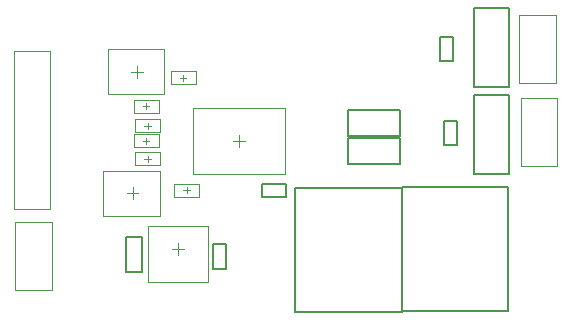
<source format=gbr>
%FSTAX23Y23*%
%MOIN*%
%SFA1B1*%

%IPPOS*%
%ADD11C,0.007874*%
%ADD43C,0.003937*%
%ADD44C,0.001969*%
%LNmtr_dvr_pcb_top_courtyard-1*%
%LPD*%
G54D11*
X04842Y02388D02*
Y02801D01*
X05197*
Y02388D02*
Y02801D01*
X04842Y02388D02*
X05197D01*
X04487Y02383D02*
Y02796D01*
X04842*
Y02383D02*
Y02796D01*
X04487Y02383D02*
X04842D01*
X03977Y02517D02*
Y02632D01*
X03922Y02517D02*
X03977D01*
X03922D02*
Y02632D01*
X03977*
X04256Y02527D02*
Y02609D01*
X04213Y02527D02*
X04256D01*
X04213D02*
Y02609D01*
X04256*
X04375Y02768D02*
Y02811D01*
Y02768D02*
X04456D01*
Y02811*
X04375D02*
X04456D01*
X04663Y02876D02*
Y02963D01*
Y02876D02*
X04836D01*
Y02963*
X04663D02*
X04836D01*
X04663Y02971D02*
Y03058D01*
Y02971D02*
X04836D01*
Y03058*
X04663D02*
X04836D01*
X05198Y03133D02*
Y03396D01*
X05081Y03133D02*
X05198D01*
X05081D02*
Y03396D01*
X05198*
X05011Y03219D02*
Y033D01*
X04968Y03219D02*
X05011D01*
X04968D02*
Y033D01*
X05011*
X05198Y02843D02*
Y03106D01*
X05081Y02843D02*
X05198D01*
X05081D02*
Y03106D01*
X05198*
X05026Y02939D02*
Y0302D01*
X04983Y02939D02*
X05026D01*
X04983D02*
Y0302D01*
X05026*
G54D43*
X03925Y0278D02*
X03964D01*
X03945Y0276D02*
Y02799D01*
X04095Y02575D02*
Y02614D01*
X04076Y02594D02*
X04115D01*
X0394Y03185D02*
X03979D01*
X0396Y03165D02*
Y03204D01*
X0428Y02955D02*
X04319D01*
X043Y02935D02*
Y02974D01*
X03984Y02895D02*
X04005D01*
X03995Y02884D02*
Y02905D01*
X03979Y02955D02*
X04D01*
X0399Y02944D02*
Y02965D01*
X04113Y03154D02*
Y03175D01*
X04102Y03165D02*
X04124D01*
X04125Y02779D02*
Y028D01*
X04114Y0279D02*
X04135D01*
X03979Y0307D02*
X04D01*
X0399Y03059D02*
Y0308D01*
X03984Y03005D02*
X04005D01*
X03995Y02994D02*
Y03015D01*
G54D44*
X03846Y02854D02*
X04035D01*
X03846Y02705D02*
Y02854D01*
Y02705D02*
X04035D01*
Y02854*
X03995Y02485D02*
X04196D01*
X03995Y0267D02*
X04196D01*
X03995Y02485D02*
Y0267D01*
X04196Y02485D02*
Y0267D01*
X03861Y03259D02*
X0405D01*
X03861Y0311D02*
Y03259D01*
Y0311D02*
X0405D01*
Y03259*
X04146Y02844D02*
Y03065D01*
X04453Y02844D02*
Y03065D01*
X04146D02*
X04453D01*
X04146Y02844D02*
X04453D01*
X03953Y02873D02*
Y02916D01*
X04036Y02873D02*
Y02916D01*
X03953D02*
X04036D01*
X03953Y02873D02*
X04036D01*
X03948Y02933D02*
Y02976D01*
X04031Y02933D02*
Y02976D01*
X03948D02*
X04031D01*
X03948Y02933D02*
X04031D01*
X04072Y03186D02*
X04155D01*
X04072Y03143D02*
X04155D01*
X04072D02*
Y03186D01*
X04155Y03143D02*
Y03186D01*
X04083Y02811D02*
X04166D01*
X04083Y02768D02*
X04166D01*
X04083D02*
Y02811D01*
X04166Y02768D02*
Y02811D01*
X03554Y02456D02*
X03675D01*
Y02683*
X03554D02*
X03675D01*
X03554Y02456D02*
Y02683D01*
X03948Y03048D02*
Y03091D01*
X04031Y03048D02*
Y03091D01*
X03948D02*
X04031D01*
X03948Y03048D02*
X04031D01*
X03953Y02983D02*
Y03026D01*
X04036Y02983D02*
Y03026D01*
X03953D02*
X04036D01*
X03953Y02983D02*
X04036D01*
X05234Y03146D02*
X05355D01*
Y03373*
X05234D02*
X05355D01*
X05234Y03146D02*
Y03373D01*
X03549Y02726D02*
X0367D01*
Y03253*
X03549D02*
X0367D01*
X03549Y02726D02*
Y03253D01*
X05239Y02871D02*
X0536D01*
Y03098*
X05239D02*
X0536D01*
X05239Y02871D02*
Y03098D01*
M02*
</source>
